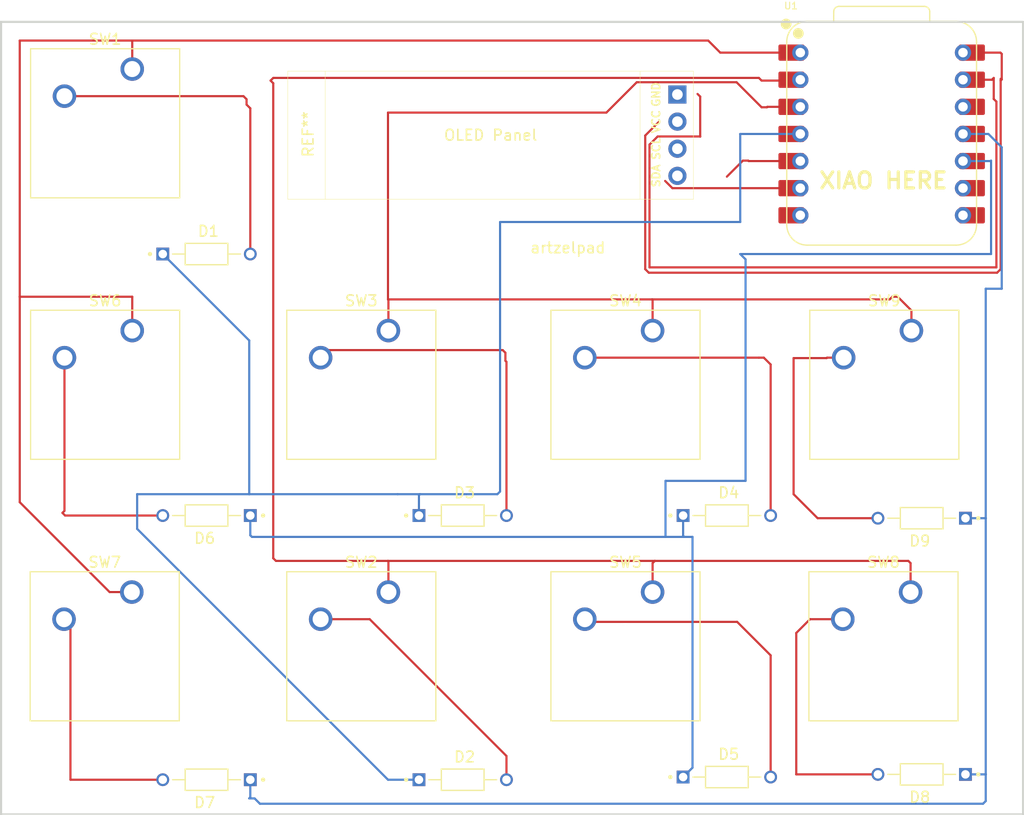
<source format=kicad_pcb>
(kicad_pcb (version 20240108) (generator "pcbnew") (generator_version "8.0")
  (layers (0 "F.Cu" signal) (31 "B.Cu" signal) (34 "B.Paste" user) (35 "F.Paste" user) (36 "B.SilkS" user "B.Silkscreen") (37 "F.SilkS" user "F.Silkscreen") (38 "B.Mask" user) (39 "F.Mask" user) (44 "Edge.Cuts" user))
  (net 0 "")
  (net 1 "Row 1")
  (net 2 "Net-(D1-PadA)")
  (net 3 "Net-(D2-PadA)")
  (net 4 "Net-(D3-PadA)")
  (net 5 "Row 2")
  (net 6 "Net-(D4-PadA)")
  (net 7 "Net-(D5-PadA)")
  (net 8 "Net-(D6-PadA)")
  (net 9 "Col 3")
  (net 10 "Net-(D7-PadA)")
  (net 11 "Net-(D8-PadA)")
  (net 12 "Net-(D9-PadA)")
  (net 13 "Col 1")
  (net 14 "Col 2")
  (net 16 "scl")
  (net 17 "GND")
  (net 20 "VOLTAGE")
  (net 22 "sda")
  (net 23 "Row 3")
  (footprint "obl:XIAO-RP2040-DIP_1" (layer "F.Cu") (at 181.25 31.25)
    (property "Reference" "U1" (at -8.5 -12 0) (layer "F.SilkS") (effects (font (size 0.635 0.635) (thickness 0.1016))))
    (property "Value" "XIAO-RP2040-DIP")
    (fp_line (start -8.89 8.509) (end -8.89 -8.636) (stroke (width 0.127)) (layer "F.SilkS"))
    (fp_line (start -6.985 10.414) (end 6.985 10.414) (stroke (width 0.127)) (layer "F.SilkS"))
    (fp_line (start -4.495 -10.541) (end -4.491272 -11.451272) (stroke (width 0.127)) (layer "F.SilkS"))
    (fp_line (start -3.991272 -11.951) (end 4.004 -11.951) (stroke (width 0.127)) (layer "F.SilkS"))
    (fp_line (start 4.504 -11.451) (end 4.504 -10.541) (stroke (width 0.127)) (layer "F.SilkS"))
    (fp_line (start 6.985 -10.541) (end -6.985 -10.541) (stroke (width 0.1)) (layer "F.SilkS"))
    (fp_line (start 6.985 -10.541) (end -6.985 -10.541) (stroke (width 0.127)) (layer "F.SilkS"))
    (fp_line (start 8.89 8.509) (end 8.89 -8.636) (stroke (width 0.127)) (layer "F.SilkS"))
    (fp_arc (start -8.89 -8.636) (mid -8.332038 -9.983038) (end -6.985 -10.541) (stroke (width 0.127)) (layer "F.SilkS"))
    (fp_arc (start -6.985 10.414) (mid -8.332038 9.856038) (end -8.89 8.509) (stroke (width 0.127)) (layer "F.SilkS"))
    (fp_arc (start -4.491272 -11.451272) (mid -4.344724 -11.804644) (end -3.991272 -11.951) (stroke (width 0.127)) (layer "F.SilkS"))
    (fp_arc (start 4.004 -11.951) (mid 4.357553 -11.804553) (end 4.504 -11.451) (stroke (width 0.127)) (layer "F.SilkS"))
    (fp_arc (start 6.985 -10.541) (mid 8.332038 -9.983038) (end 8.89 -8.636) (stroke (width 0.127)) (layer "F.SilkS"))
    (fp_arc (start 8.89 8.509) (mid 8.332038 9.856038) (end 6.985 10.414) (stroke (width 0.127)) (layer "F.SilkS"))
    (fp_circle (center -8.95 -10.3) (end -8.95 -10.554) (stroke (width 0.5)) (fill solid) (layer "F.SilkS"))
    (fp_circle (center -7.807 -9.42) (end -7.807 -9.674) (stroke (width 0.5)) (fill solid) (layer "F.SilkS"))
    (pad "1" smd roundrect (at -8.455 -7.62 180) (size 2.432 1.524) (layers "F.Cu" "F.Mask") (roundrect_rratio 0.1) (net 13 "Col 1"))
    (pad "1" thru_hole circle (at -7.62 -7.62 180) (size 1.524 1.524) (drill 0.889) (layers "*.Cu" "*.Mask") (net 13 "Col 1"))
    (pad "2" smd roundrect (at -8.455 -5.08 180) (size 2.432 1.524) (layers "F.Cu" "F.Mask") (roundrect_rratio 0.1) (net 14 "Col 2"))
    (pad "2" thru_hole circle (at -7.62 -5.08 180) (size 1.524 1.524) (drill 0.889) (layers "*.Cu" "*.Mask") (net 14 "Col 2"))
    (pad "3" smd roundrect (at -8.455 -2.54 180) (size 2.432 1.524) (layers "F.Cu" "F.Mask") (roundrect_rratio 0.1) (net 9 "Col 3"))
    (pad "3" thru_hole circle (at -7.62 -2.54 180) (size 1.524 1.524) (drill 0.889) (layers "*.Cu" "*.Mask") (net 9 "Col 3"))
    (pad "4" smd roundrect (at -8.455 0 180) (size 2.432 1.524) (layers "F.Cu" "F.Mask") (roundrect_rratio 0.1) (net 1 "Row 1"))
    (pad "4" thru_hole circle (at -7.62 0 180) (size 1.524 1.524) (drill 0.889) (layers "*.Cu" "*.Mask") (net 1 "Row 1"))
    (pad "5" smd roundrect (at -8.455 2.54 180) (size 2.432 1.524) (layers "F.Cu" "F.Mask") (roundrect_rratio 0.1) (net 22 "sda"))
    (pad "5" thru_hole circle (at -7.62 2.54 180) (size 1.524 1.524) (drill 0.889) (layers "*.Cu" "*.Mask") (net 22 "sda"))
    (pad "6" smd roundrect (at -8.455 5.08 180) (size 2.432 1.524) (layers "F.Cu" "F.Mask") (roundrect_rratio 0.1) (net 16 "scl"))
    (pad "6" thru_hole circle (at -7.62 5.08 180) (size 1.524 1.524) (drill 0.889) (layers "*.Cu" "*.Mask") (net 16 "scl"))
    (pad "7" smd roundrect (at -8.455 7.62 180) (size 2.432 1.524) (layers "F.Cu" "F.Mask") (roundrect_rratio 0.1))
    (pad "7" thru_hole circle (at -7.62 7.62 180) (size 1.524 1.524) (drill 0.889) (layers "*.Cu" "*.Mask"))
    (pad "8" thru_hole circle (at 7.62 7.62) (size 1.524 1.524) (drill 0.889) (layers "*.Cu" "*.Mask"))
    (pad "8" smd roundrect (at 8.455 7.62) (size 2.432 1.524) (layers "F.Cu" "F.Mask") (roundrect_rratio 0.1))
    (pad "9" thru_hole circle (at 7.62 5.08) (size 1.524 1.524) (drill 0.889) (layers "*.Cu" "*.Mask"))
    (pad "9" smd roundrect (at 8.455 5.08) (size 2.432 1.524) (layers "F.Cu" "F.Mask") (roundrect_rratio 0.1))
    (pad "10" thru_hole circle (at 7.62 2.54) (size 1.524 1.524) (drill 0.889) (layers "*.Cu" "*.Mask") (net 5 "Row 2"))
    (pad "10" smd roundrect (at 8.455 2.54) (size 2.432 1.524) (layers "F.Cu" "F.Mask") (roundrect_rratio 0.1) (net 5 "Row 2"))
    (pad "11" thru_hole circle (at 7.62 0) (size 1.524 1.524) (drill 0.889) (layers "*.Cu" "*.Mask") (net 23 "Row 3"))
    (pad "11" smd roundrect (at 8.455 0) (size 2.432 1.524) (layers "F.Cu" "F.Mask") (roundrect_rratio 0.1) (net 23 "Row 3"))
    (pad "12" thru_hole circle (at 7.62 -2.54) (size 1.524 1.524) (drill 0.889) (layers "*.Cu" "*.Mask"))
    (pad "12" smd roundrect (at 8.455 -2.54) (size 2.432 1.524) (layers "F.Cu" "F.Mask") (roundrect_rratio 0.1))
    (pad "13" thru_hole circle (at 7.62 -5.08) (size 1.524 1.524) (drill 0.889) (layers "*.Cu" "*.Mask") (net 17 "GND"))
    (pad "13" smd roundrect (at 8.455 -5.08) (size 2.432 1.524) (layers "F.Cu" "F.Mask") (roundrect_rratio 0.1) (net 17 "GND"))
    (pad "14" thru_hole circle (at 7.62 -7.62) (size 1.524 1.524) (drill 0.889) (layers "*.Cu" "*.Mask") (net 20 "VOLTAGE"))
    (pad "14" smd roundrect (at 8.455 -7.62) (size 2.432 1.524) (layers "F.Cu" "F.Mask") (roundrect_rratio 0.1) (net 20 "VOLTAGE"))
  )
  (footprint "arz:SW_Cherry_MX_1.00u_PCB_3D_model" (layer "F.Cu") (at 183.96 74.17)
    (property "Reference" "SW8" (at -2.54 -2.794 0) (layer "F.SilkS"))
    (property "Value" "SW_Push_45deg")
    (fp_line (start -9.525 -1.905) (end 4.445 -1.905) (stroke (width 0.12)) (layer "F.SilkS"))
    (fp_line (start -9.525 12.065) (end -9.525 -1.905) (stroke (width 0.12)) (layer "F.SilkS"))
    (fp_line (start 4.445 -1.905) (end 4.445 12.065) (stroke (width 0.12)) (layer "F.SilkS"))
    (fp_line (start 4.445 12.065) (end -9.525 12.065) (stroke (width 0.12)) (layer "F.SilkS"))
    (pad "" np_thru_hole circle (at -7.62 5.08) (size 1.7 1.7) (drill 1.7) (layers "*.Cu" "*.Mask"))
    (pad "" np_thru_hole circle (at -2.54 5.08) (size 4 4) (drill 4) (layers "*.Cu" "*.Mask"))
    (pad "" np_thru_hole circle (at 2.54 5.08) (size 1.7 1.7) (drill 1.7) (layers "*.Cu" "*.Mask"))
    (pad "1" thru_hole circle (at 0 0) (size 2.2 2.2) (drill 1.5) (layers "*.Cu" "*.Mask") (net 14 "Col 2"))
    (pad "2" thru_hole circle (at -6.35 2.54) (size 2.2 2.2) (drill 1.5) (layers "*.Cu" "*.Mask") (net 11 "Net-(D8-PadA)"))
  )
  (footprint "arz:SW_Cherry_MX_1.00u_PCB_3D_model" (layer "F.Cu") (at 184.04 49.67)
    (property "Reference" "SW9" (at -2.54 -2.794 0) (layer "F.SilkS"))
    (property "Value" "SW_Push_45deg")
    (fp_line (start -9.525 -1.905) (end 4.445 -1.905) (stroke (width 0.12)) (layer "F.SilkS"))
    (fp_line (start -9.525 12.065) (end -9.525 -1.905) (stroke (width 0.12)) (layer "F.SilkS"))
    (fp_line (start 4.445 -1.905) (end 4.445 12.065) (stroke (width 0.12)) (layer "F.SilkS"))
    (fp_line (start 4.445 12.065) (end -9.525 12.065) (stroke (width 0.12)) (layer "F.SilkS"))
    (pad "" np_thru_hole circle (at -7.62 5.08) (size 1.7 1.7) (drill 1.7) (layers "*.Cu" "*.Mask"))
    (pad "" np_thru_hole circle (at -2.54 5.08) (size 4 4) (drill 4) (layers "*.Cu" "*.Mask"))
    (pad "" np_thru_hole circle (at 2.54 5.08) (size 1.7 1.7) (drill 1.7) (layers "*.Cu" "*.Mask"))
    (pad "1" thru_hole circle (at 0 0) (size 2.2 2.2) (drill 1.5) (layers "*.Cu" "*.Mask") (net 9 "Col 3"))
    (pad "2" thru_hole circle (at -6.35 2.54) (size 2.2 2.2) (drill 1.5) (layers "*.Cu" "*.Mask") (net 12 "Net-(D9-PadA)"))
  )
  (footprint "diode:DIOAD820W60L400D200" (layer "F.Cu") (at 185 67.25 180)
    (property "Reference" "D9" (at 0.175 -2.135 0) (layer "F.SilkS"))
    (property "Value" "1N4148-T")
    (fp_line (start 2 1) (end -2 1) (stroke (width 0.127)) (layer "F.SilkS"))
    (fp_line (start 2 0) (end 3.18 0) (stroke (width 0.127)) (layer "F.SilkS"))
    (fp_line (start 2 0) (end 2 1) (stroke (width 0.127)) (layer "F.SilkS"))
    (fp_line (start 2 -1) (end 2 0) (stroke (width 0.127)) (layer "F.SilkS"))
    (fp_line (start -2 1) (end -2 0) (stroke (width 0.127)) (layer "F.SilkS"))
    (fp_line (start -2 0) (end -2 -1) (stroke (width 0.127)) (layer "F.SilkS"))
    (fp_line (start -2 0) (end -3.18 0) (stroke (width 0.127)) (layer "F.SilkS"))
    (fp_line (start -2 -1) (end 2 -1) (stroke (width 0.127)) (layer "F.SilkS"))
    (fp_circle (center -5.3 0) (end -5.2 0) (stroke (width 0.2)) (fill none) (layer "F.SilkS"))
    (pad "A" thru_hole circle (at 4.1 0 180) (size 1.2 1.2) (drill 0.8) (layers "*.Cu" "*.Mask") (net 12 "Net-(D9-PadA)"))
    (pad "C" thru_hole rect (at -4.1 0 180) (size 1.2 1.2) (drill 0.8) (layers "*.Cu" "*.Mask") (net 23 "Row 3"))
  )
  (footprint "oled:SSD1306-0.91-OLED-4pin-128x32" (layer "F.Cu") (at 125.615 25.365)
    (property "Reference" "REF**" (at 1.9 5.91 90) (layer "F.SilkS"))
    (property "Value" "SSD1306-0.91-OLED-4pin-128x32")
    (fp_line (start 0 0) (end 0 12) (stroke (width 0.04)) (layer "F.SilkS"))
    (fp_line (start 0 12) (end 38 12) (stroke (width 0.04)) (layer "F.SilkS"))
    (fp_line (start 3.5 0) (end 3.5 12) (stroke (width 0.04)) (layer "F.SilkS"))
    (fp_line (start 33 0) (end 33 12) (stroke (width 0.04)) (layer "F.SilkS"))
    (fp_line (start 38 0) (end 0 0) (stroke (width 0.04)) (layer "F.SilkS"))
    (fp_line (start 38 12) (end 38 0) (stroke (width 0.04)) (layer "F.SilkS"))
    (fp_text user "SDA" (at 34.5 9.81 -90) (layer "F.SilkS") (effects (font (size 0.75 0.75))))
    (fp_text user "VCC" (at 34.5 4.73 -90) (layer "F.SilkS") (effects (font (size 0.75 0.75))))
    (fp_text user "OLED Panel" (at 19 6 0) (layer "F.SilkS"))
    (fp_text user "SCL" (at 34.5 7.27 -90) (layer "F.SilkS") (effects (font (size 0.75 0.75))))
    (fp_text user "GND" (at 34.5 2.19 -90) (layer "F.SilkS") (effects (font (size 0.75 0.75))))
    (pad "1" thru_hole rect (at 36.5 2.19) (size 1.7 1.7) (drill 1) (layers "*.Cu" "*.Mask") (net 17 "GND"))
    (pad "2" thru_hole oval (at 36.5 4.73) (size 1.7 1.7) (drill 1) (layers "*.Cu" "*.Mask") (net 20 "VOLTAGE"))
    (pad "3" thru_hole oval (at 36.5 7.27) (size 1.7 1.7) (drill 1) (layers "*.Cu" "*.Mask") (net 16 "scl"))
    (pad "4" thru_hole oval (at 36.5 9.81) (size 1.7 1.7) (drill 1) (layers "*.Cu" "*.Mask"))
  )
  (footprint "diode:DIOAD820W60L400D200" (layer "F.Cu") (at 118 91.75 180)
    (property "Reference" "D7" (at 0.175 -2.135 0) (layer "F.SilkS"))
    (property "Value" "1N4148-T")
    (fp_line (start 2 1) (end -2 1) (stroke (width 0.127)) (layer "F.SilkS"))
    (fp_line (start 2 0) (end 3.18 0) (stroke (width 0.127)) (layer "F.SilkS"))
    (fp_line (start 2 0) (end 2 1) (stroke (width 0.127)) (layer "F.SilkS"))
    (fp_line (start 2 -1) (end 2 0) (stroke (width 0.127)) (layer "F.SilkS"))
    (fp_line (start -2 1) (end -2 0) (stroke (width 0.127)) (layer "F.SilkS"))
    (fp_line (start -2 0) (end -2 -1) (stroke (width 0.127)) (layer "F.SilkS"))
    (fp_line (start -2 0) (end -3.18 0) (stroke (width 0.127)) (layer "F.SilkS"))
    (fp_line (start -2 -1) (end 2 -1) (stroke (width 0.127)) (layer "F.SilkS"))
    (fp_circle (center -5.3 0) (end -5.2 0) (stroke (width 0.2)) (fill none) (layer "F.SilkS"))
    (pad "A" thru_hole circle (at 4.1 0 180) (size 1.2 1.2) (drill 0.8) (layers "*.Cu" "*.Mask") (net 10 "Net-(D7-PadA)"))
    (pad "C" thru_hole rect (at -4.1 0 180) (size 1.2 1.2) (drill 0.8) (layers "*.Cu" "*.Mask") (net 23 "Row 3"))
  )
  (footprint "arz:SW_Cherry_MX_1.00u_PCB_3D_model" (layer "F.Cu") (at 159.79 49.67)
    (property "Reference" "SW4" (at -2.54 -2.794 0) (layer "F.SilkS"))
    (property "Value" "SW_Push_45deg")
    (fp_line (start -9.525 -1.905) (end 4.445 -1.905) (stroke (width 0.12)) (layer "F.SilkS"))
    (fp_line (start -9.525 12.065) (end -9.525 -1.905) (stroke (width 0.12)) (layer "F.SilkS"))
    (fp_line (start 4.445 -1.905) (end 4.445 12.065) (stroke (width 0.12)) (layer "F.SilkS"))
    (fp_line (start 4.445 12.065) (end -9.525 12.065) (stroke (width 0.12)) (layer "F.SilkS"))
    (pad "" np_thru_hole circle (at -7.62 5.08) (size 1.7 1.7) (drill 1.7) (layers "*.Cu" "*.Mask"))
    (pad "" np_thru_hole circle (at -2.54 5.08) (size 4 4) (drill 4) (layers "*.Cu" "*.Mask"))
    (pad "" np_thru_hole circle (at 2.54 5.08) (size 1.7 1.7) (drill 1.7) (layers "*.Cu" "*.Mask"))
    (pad "1" thru_hole circle (at 0 0) (size 2.2 2.2) (drill 1.5) (layers "*.Cu" "*.Mask") (net 9 "Col 3"))
    (pad "2" thru_hole circle (at -6.35 2.54) (size 2.2 2.2) (drill 1.5) (layers "*.Cu" "*.Mask") (net 6 "Net-(D4-PadA)"))
  )
  (footprint "diode:DIOAD820W60L400D200" (layer "F.Cu") (at 118 67 180)
    (property "Reference" "D6" (at 0.175 -2.135 0) (layer "F.SilkS"))
    (property "Value" "1N4148-T")
    (fp_line (start 2 1) (end -2 1) (stroke (width 0.127)) (layer "F.SilkS"))
    (fp_line (start 2 0) (end 3.18 0) (stroke (width 0.127)) (layer "F.SilkS"))
    (fp_line (start 2 0) (end 2 1) (stroke (width 0.127)) (layer "F.SilkS"))
    (fp_line (start 2 -1) (end 2 0) (stroke (width 0.127)) (layer "F.SilkS"))
    (fp_line (start -2 1) (end -2 0) (stroke (width 0.127)) (layer "F.SilkS"))
    (fp_line (start -2 0) (end -2 -1) (stroke (width 0.127)) (layer "F.SilkS"))
    (fp_line (start -2 0) (end -3.18 0) (stroke (width 0.127)) (layer "F.SilkS"))
    (fp_line (start -2 -1) (end 2 -1) (stroke (width 0.127)) (layer "F.SilkS"))
    (fp_circle (center -5.3 0) (end -5.2 0) (stroke (width 0.2)) (fill none) (layer "F.SilkS"))
    (pad "A" thru_hole circle (at 4.1 0 180) (size 1.2 1.2) (drill 0.8) (layers "*.Cu" "*.Mask") (net 8 "Net-(D6-PadA)"))
    (pad "C" thru_hole rect (at -4.1 0 180) (size 1.2 1.2) (drill 0.8) (layers "*.Cu" "*.Mask") (net 5 "Row 2"))
  )
  (footprint "diode:DIOAD820W60L400D200" (layer "F.Cu") (at 118 42.5)
    (property "Reference" "D1" (at 0.175 -2.135 0) (layer "F.SilkS"))
    (property "Value" "1N4148-T")
    (fp_line (start -2 -1) (end 2 -1) (stroke (width 0.127)) (layer "F.SilkS"))
    (fp_line (start -2 0) (end -3.18 0) (stroke (width 0.127)) (layer "F.SilkS"))
    (fp_line (start -2 0) (end -2 -1) (stroke (width 0.127)) (layer "F.SilkS"))
    (fp_line (start -2 1) (end -2 0) (stroke (width 0.127)) (layer "F.SilkS"))
    (fp_line (start 2 -1) (end 2 0) (stroke (width 0.127)) (layer "F.SilkS"))
    (fp_line (start 2 0) (end 2 1) (stroke (width 0.127)) (layer "F.SilkS"))
    (fp_line (start 2 0) (end 3.18 0) (stroke (width 0.127)) (layer "F.SilkS"))
    (fp_line (start 2 1) (end -2 1) (stroke (width 0.127)) (layer "F.SilkS"))
    (fp_circle (center -5.3 0) (end -5.2 0) (stroke (width 0.2)) (fill none) (layer "F.SilkS"))
    (pad "A" thru_hole circle (at 4.1 0) (size 1.2 1.2) (drill 0.8) (layers "*.Cu" "*.Mask") (net 2 "Net-(D1-PadA)"))
    (pad "C" thru_hole rect (at -4.1 0) (size 1.2 1.2) (drill 0.8) (layers "*.Cu" "*.Mask") (net 1 "Row 1"))
  )
  (footprint "arz:SW_Cherry_MX_1.00u_PCB_3D_model" (layer "F.Cu") (at 111.04 49.67)
    (property "Reference" "SW6" (at -2.54 -2.794 0) (layer "F.SilkS"))
    (property "Value" "SW_Push_45deg")
    (fp_line (start -9.525 -1.905) (end 4.445 -1.905) (stroke (width 0.12)) (layer "F.SilkS"))
    (fp_line (start -9.525 12.065) (end -9.525 -1.905) (stroke (width 0.12)) (layer "F.SilkS"))
    (fp_line (start 4.445 -1.905) (end 4.445 12.065) (stroke (width 0.12)) (layer "F.SilkS"))
    (fp_line (start 4.445 12.065) (end -9.525 12.065) (stroke (width 0.12)) (layer "F.SilkS"))
    (pad "" np_thru_hole circle (at -7.62 5.08) (size 1.7 1.7) (drill 1.7) (layers "*.Cu" "*.Mask"))
    (pad "" np_thru_hole circle (at -2.54 5.08) (size 4 4) (drill 4) (layers "*.Cu" "*.Mask"))
    (pad "" np_thru_hole circle (at 2.54 5.08) (size 1.7 1.7) (drill 1.7) (layers "*.Cu" "*.Mask"))
    (pad "1" thru_hole circle (at 0 0) (size 2.2 2.2) (drill 1.5) (layers "*.Cu" "*.Mask") (net 13 "Col 1"))
    (pad "2" thru_hole circle (at -6.35 2.54) (size 2.2 2.2) (drill 1.5) (layers "*.Cu" "*.Mask") (net 8 "Net-(D6-PadA)"))
  )
  (footprint "diode:DIOAD820W60L400D200" (layer "F.Cu") (at 142 67)
    (property "Reference" "D3" (at 0.175 -2.135 0) (layer "F.SilkS"))
    (property "Value" "1N4148-T")
    (fp_line (start -2 -1) (end 2 -1) (stroke (width 0.127)) (layer "F.SilkS"))
    (fp_line (start -2 0) (end -3.18 0) (stroke (width 0.127)) (layer "F.SilkS"))
    (fp_line (start -2 0) (end -2 -1) (stroke (width 0.127)) (layer "F.SilkS"))
    (fp_line (start -2 1) (end -2 0) (stroke (width 0.127)) (layer "F.SilkS"))
    (fp_line (start 2 -1) (end 2 0) (stroke (width 0.127)) (layer "F.SilkS"))
    (fp_line (start 2 0) (end 2 1) (stroke (width 0.127)) (layer "F.SilkS"))
    (fp_line (start 2 0) (end 3.18 0) (stroke (width 0.127)) (layer "F.SilkS"))
    (fp_line (start 2 1) (end -2 1) (stroke (width 0.127)) (layer "F.SilkS"))
    (fp_circle (center -5.3 0) (end -5.2 0) (stroke (width 0.2)) (fill none) (layer "F.SilkS"))
    (pad "A" thru_hole circle (at 4.1 0) (size 1.2 1.2) (drill 0.8) (layers "*.Cu" "*.Mask") (net 4 "Net-(D3-PadA)"))
    (pad "C" thru_hole rect (at -4.1 0) (size 1.2 1.2) (drill 0.8) (layers "*.Cu" "*.Mask") (net 1 "Row 1"))
  )
  (footprint "arz:SW_Cherry_MX_1.00u_PCB_3D_model" (layer "F.Cu") (at 159.79 74.17)
    (property "Reference" "SW5" (at -2.54 -2.794 0) (layer "F.SilkS"))
    (property "Value" "SW_Push_45deg")
    (fp_line (start -9.525 -1.905) (end 4.445 -1.905) (stroke (width 0.12)) (layer "F.SilkS"))
    (fp_line (start -9.525 12.065) (end -9.525 -1.905) (stroke (width 0.12)) (layer "F.SilkS"))
    (fp_line (start 4.445 -1.905) (end 4.445 12.065) (stroke (width 0.12)) (layer "F.SilkS"))
    (fp_line (start 4.445 12.065) (end -9.525 12.065) (stroke (width 0.12)) (layer "F.SilkS"))
    (pad "" np_thru_hole circle (at -7.62 5.08) (size 1.7 1.7) (drill 1.7) (layers "*.Cu" "*.Mask"))
    (pad "" np_thru_hole circle (at -2.54 5.08) (size 4 4) (drill 4) (layers "*.Cu" "*.Mask"))
    (pad "" np_thru_hole circle (at 2.54 5.08) (size 1.7 1.7) (drill 1.7) (layers "*.Cu" "*.Mask"))
    (pad "1" thru_hole circle (at 0 0) (size 2.2 2.2) (drill 1.5) (layers "*.Cu" "*.Mask") (net 14 "Col 2"))
    (pad "2" thru_hole circle (at -6.35 2.54) (size 2.2 2.2) (drill 1.5) (layers "*.Cu" "*.Mask") (net 7 "Net-(D5-PadA)"))
  )
  (footprint "arz:SW_Cherry_MX_1.00u_PCB_3D_model" (layer "F.Cu") (at 135.04 74.17)
    (property "Reference" "SW2" (at -2.54 -2.794 0) (layer "F.SilkS"))
    (property "Value" "SW_Push_45deg")
    (fp_line (start -9.525 -1.905) (end 4.445 -1.905) (stroke (width 0.12)) (layer "F.SilkS"))
    (fp_line (start -9.525 12.065) (end -9.525 -1.905) (stroke (width 0.12)) (layer "F.SilkS"))
    (fp_line (start 4.445 -1.905) (end 4.445 12.065) (stroke (width 0.12)) (layer "F.SilkS"))
    (fp_line (start 4.445 12.065) (end -9.525 12.065) (stroke (width 0.12)) (layer "F.SilkS"))
    (pad "" np_thru_hole circle (at -7.62 5.08) (size 1.7 1.7) (drill 1.7) (layers "*.Cu" "*.Mask"))
    (pad "" np_thru_hole circle (at -2.54 5.08) (size 4 4) (drill 4) (layers "*.Cu" "*.Mask"))
    (pad "" np_thru_hole circle (at 2.54 5.08) (size 1.7 1.7) (drill 1.7) (layers "*.Cu" "*.Mask"))
    (pad "1" thru_hole circle (at 0 0) (size 2.2 2.2) (drill 1.5) (layers "*.Cu" "*.Mask") (net 14 "Col 2"))
    (pad "2" thru_hole circle (at -6.35 2.54) (size 2.2 2.2) (drill 1.5) (layers "*.Cu" "*.Mask") (net 3 "Net-(D2-PadA)"))
  )
  (footprint "arz:SW_Cherry_MX_1.00u_PCB_3D_model" (layer "F.Cu") (at 111.04 25.17)
    (property "Reference" "SW1" (at -2.54 -2.794 0) (layer "F.SilkS"))
    (property "Value" "SW_Push_45deg")
    (fp_line (start -9.525 -1.905) (end 4.445 -1.905) (stroke (width 0.12)) (layer "F.SilkS"))
    (fp_line (start -9.525 12.065) (end -9.525 -1.905) (stroke (width 0.12)) (layer "F.SilkS"))
    (fp_line (start 4.445 -1.905) (end 4.445 12.065) (stroke (width 0.12)) (layer "F.SilkS"))
    (fp_line (start 4.445 12.065) (end -9.525 12.065) (stroke (width 0.12)) (layer "F.SilkS"))
    (pad "" np_thru_hole circle (at -7.62 5.08) (size 1.7 1.7) (drill 1.7) (layers "*.Cu" "*.Mask"))
    (pad "" np_thru_hole circle (at -2.54 5.08) (size 4 4) (drill 4) (layers "*.Cu" "*.Mask"))
    (pad "" np_thru_hole circle (at 2.54 5.08) (size 1.7 1.7) (drill 1.7) (layers "*.Cu" "*.Mask"))
    (pad "1" thru_hole circle (at 0 0) (size 2.2 2.2) (drill 1.5) (layers "*.Cu" "*.Mask") (net 13 "Col 1"))
    (pad "2" thru_hole circle (at -6.35 2.54) (size 2.2 2.2) (drill 1.5) (layers "*.Cu" "*.Mask") (net 2 "Net-(D1-PadA)"))
  )
  (footprint "diode:DIOAD820W60L400D200" (layer "F.Cu") (at 142 91.75)
    (property "Reference" "D2" (at 0.175 -2.135 0) (layer "F.SilkS"))
    (property "Value" "1N4148-T")
    (fp_line (start -2 -1) (end 2 -1) (stroke (width 0.127)) (layer "F.SilkS"))
    (fp_line (start -2 0) (end -3.18 0) (stroke (width 0.127)) (layer "F.SilkS"))
    (fp_line (start -2 0) (end -2 -1) (stroke (width 0.127)) (layer "F.SilkS"))
    (fp_line (start -2 1) (end -2 0) (stroke (width 0.127)) (layer "F.SilkS"))
    (fp_line (start 2 -1) (end 2 0) (stroke (width 0.127)) (layer "F.SilkS"))
    (fp_line (start 2 0) (end 2 1) (stroke (width 0.127)) (layer "F.SilkS"))
    (fp_line (start 2 0) (end 3.18 0) (stroke (width 0.127)) (layer "F.SilkS"))
    (fp_line (start 2 1) (end -2 1) (stroke (width 0.127)) (layer "F.SilkS"))
    (fp_circle (center -5.3 0) (end -5.2 0) (stroke (width 0.2)) (fill none) (layer "F.SilkS"))
    (pad "A" thru_hole circle (at 4.1 0) (size 1.2 1.2) (drill 0.8) (layers "*.Cu" "*.Mask") (net 3 "Net-(D2-PadA)"))
    (pad "C" thru_hole rect (at -4.1 0) (size 1.2 1.2) (drill 0.8) (layers "*.Cu" "*.Mask") (net 1 "Row 1"))
  )
  (footprint "diode:DIOAD820W60L400D200" (layer "F.Cu") (at 185 91.25 180)
    (property "Reference" "D8" (at 0.175 -2.135 0) (layer "F.SilkS"))
    (property "Value" "1N4148-T")
    (fp_line (start 2 1) (end -2 1) (stroke (width 0.127)) (layer "F.SilkS"))
    (fp_line (start 2 0) (end 3.18 0) (stroke (width 0.127)) (layer "F.SilkS"))
    (fp_line (start 2 0) (end 2 1) (stroke (width 0.127)) (layer "F.SilkS"))
    (fp_line (start 2 -1) (end 2 0) (stroke (width 0.127)) (layer "F.SilkS"))
    (fp_line (start -2 1) (end -2 0) (stroke (width 0.127)) (layer "F.SilkS"))
    (fp_line (start -2 0) (end -2 -1) (stroke (width 0.127)) (layer "F.SilkS"))
    (fp_line (start -2 0) (end -3.18 0) (stroke (width 0.127)) (layer "F.SilkS"))
    (fp_line (start -2 -1) (end 2 -1) (stroke (width 0.127)) (layer "F.SilkS"))
    (fp_circle (center -5.3 0) (end -5.2 0) (stroke (width 0.2)) (fill none) (layer "F.SilkS"))
    (pad "A" thru_hole circle (at 4.1 0 180) (size 1.2 1.2) (drill 0.8) (layers "*.Cu" "*.Mask") (net 11 "Net-(D8-PadA)"))
    (pad "C" thru_hole rect (at -4.1 0 180) (size 1.2 1.2) (drill 0.8) (layers "*.Cu" "*.Mask") (net 23 "Row 3"))
  )
  (footprint "arz:SW_Cherry_MX_1.00u_PCB_3D_model" (layer "F.Cu") (at 111 74.17)
    (property "Reference" "SW7" (at -2.54 -2.794 0) (layer "F.SilkS"))
    (property "Value" "SW_Push_45deg")
    (fp_line (start -9.525 -1.905) (end 4.445 -1.905) (stroke (width 0.12)) (layer "F.SilkS"))
    (fp_line (start -9.525 12.065) (end -9.525 -1.905) (stroke (width 0.12)) (layer "F.SilkS"))
    (fp_line (start 4.445 -1.905) (end 4.445 12.065) (stroke (width 0.12)) (layer "F.SilkS"))
    (fp_line (start 4.445 12.065) (end -9.525 12.065) (stroke (width 0.12)) (layer "F.SilkS"))
    (pad "" np_thru_hole circle (at -7.62 5.08) (size 1.7 1.7) (drill 1.7) (layers "*.Cu" "*.Mask"))
    (pad "" np_thru_hole circle (at -2.54 5.08) (size 4 4) (drill 4) (layers "*.Cu" "*.Mask"))
    (pad "" np_thru_hole circle (at 2.54 5.08) (size 1.7 1.7) (drill 1.7) (layers "*.Cu" "*.Mask"))
    (pad "1" thru_hole circle (at 0 0) (size 2.2 2.2) (drill 1.5) (layers "*.Cu" "*.Mask") (net 13 "Col 1"))
    (pad "2" thru_hole circle (at -6.35 2.54) (size 2.2 2.2) (drill 1.5) (layers "*.Cu" "*.Mask") (net 10 "Net-(D7-PadA)"))
  )
  (footprint "diode:DIOAD820W60L400D200" (layer "F.Cu") (at 166.75 91.5)
    (property "Reference" "D5" (at 0.175 -2.135 0) (layer "F.SilkS"))
    (property "Value" "1N4148-T")
    (fp_line (start -2 -1) (end 2 -1) (stroke (width 0.127)) (layer "F.SilkS"))
    (fp_line (start -2 0) (end -3.18 0) (stroke (width 0.127)) (layer "F.SilkS"))
    (fp_line (start -2 0) (end -2 -1) (stroke (width 0.127)) (layer "F.SilkS"))
    (fp_line (start -2 1) (end -2 0) (stroke (width 0.127)) (layer "F.SilkS"))
    (fp_line (start 2 -1) (end 2 0) (stroke (width 0.127)) (layer "F.SilkS"))
    (fp_line (start 2 0) (end 2 1) (stroke (width 0.127)) (layer "F.SilkS"))
    (fp_line (start 2 0) (end 3.18 0) (stroke (width 0.127)) (layer "F.SilkS"))
    (fp_line (start 2 1) (end -2 1) (stroke (width 0.127)) (layer "F.SilkS"))
    (fp_circle (center -5.3 0) (end -5.2 0) (stroke (width 0.2)) (fill none) (layer "F.SilkS"))
    (pad "A" thru_hole circle (at 4.1 0) (size 1.2 1.2) (drill 0.8) (layers "*.Cu" "*.Mask") (net 7 "Net-(D5-PadA)"))
    (pad "C" thru_hole rect (at -4.1 0) (size 1.2 1.2) (drill 0.8) (layers "*.Cu" "*.Mask") (net 5 "Row 2"))
  )
  (footprint "diode:DIOAD820W60L400D200" (layer "F.Cu") (at 166.75 67)
    (property "Reference" "D4" (at 0.175 -2.135 0) (layer "F.SilkS"))
    (property "Value" "1N4148-T")
    (fp_line (start -2 -1) (end 2 -1) (stroke (width 0.127)) (layer "F.SilkS"))
    (fp_line (start -2 0) (end -3.18 0) (stroke (width 0.127)) (layer "F.SilkS"))
    (fp_line (start -2 0) (end -2 -1) (stroke (width 0.127)) (layer "F.SilkS"))
    (fp_line (start -2 1) (end -2 0) (stroke (width 0.127)) (layer "F.SilkS"))
    (fp_line (start 2 -1) (end 2 0) (stroke (width 0.127)) (layer "F.SilkS"))
    (fp_line (start 2 0) (end 2 1) (stroke (width 0.127)) (layer "F.SilkS"))
    (fp_line (start 2 0) (end 3.18 0) (stroke (width 0.127)) (layer "F.SilkS"))
    (fp_line (start 2 1) (end -2 1) (stroke (width 0.127)) (layer "F.SilkS"))
    (fp_circle (center -5.3 0) (end -5.2 0) (stroke (width 0.2)) (fill none) (layer "F.SilkS"))
    (pad "A" thru_hole circle (at 4.1 0) (size 1.2 1.2) (drill 0.8) (layers "*.Cu" "*.Mask") (net 6 "Net-(D4-PadA)"))
    (pad "C" thru_hole rect (at -4.1 0) (size 1.2 1.2) (drill 0.8) (layers "*.Cu" "*.Mask") (net 5 "Row 2"))
  )
  (footprint "arz:SW_Cherry_MX_1.00u_PCB_3D_model" (layer "F.Cu") (at 135.04 49.67)
    (property "Reference" "SW3" (at -2.54 -2.794 0) (layer "F.SilkS"))
    (property "Value" "SW_Push_45deg")
    (fp_line (start -9.525 -1.905) (end 4.445 -1.905) (stroke (width 0.12)) (layer "F.SilkS"))
    (fp_line (start -9.525 12.065) (end -9.525 -1.905) (stroke (width 0.12)) (layer "F.SilkS"))
    (fp_line (start 4.445 -1.905) (end 4.445 12.065) (stroke (width 0.12)) (layer "F.SilkS"))
    (fp_line (start 4.445 12.065) (end -9.525 12.065) (stroke (width 0.12)) (layer "F.SilkS"))
    (pad "" np_thru_hole circle (at -7.62 5.08) (size 1.7 1.7) (drill 1.7) (layers "*.Cu" "*.Mask"))
    (pad "" np_thru_hole circle (at -2.54 5.08) (size 4 4) (drill 4) (layers "*.Cu" "*.Mask"))
    (pad "" np_thru_hole circle (at 2.54 5.08) (size 1.7 1.7) (drill 1.7) (layers "*.Cu" "*.Mask"))
    (pad "1" thru_hole circle (at 0 0) (size 2.2 2.2) (drill 1.5) (layers "*.Cu" "*.Mask") (net 9 "Col 3"))
    (pad "2" thru_hole circle (at -6.35 2.54) (size 2.2 2.2) (drill 1.5) (layers "*.Cu" "*.Mask") (net 4 "Net-(D3-PadA)"))
  )
  (gr_rect (start 98.75 20.75) (end 194.5 95) (stroke (width 0.2)) (fill none) (layer "Edge.Cuts"))
  (gr_text "XIAO HERE" (at 175.25 36.5 0) (layer "F.SilkS") (effects (font (size 1.5 1.5) (thickness 0.3) (bold yes)) (justify left bottom)))
  (gr_text "artzelpad" (at 148.25 42.5 0) (layer "F.SilkS") (effects (font (size 1 1)) (justify left bottom)))
  (segment (start 145.25 65) (end 145.5 64.75) (width 0.2) (layer "B.Cu") (net 1))
  (segment (start 145.5 64.75) (end 145.5 39.5) (width 0.2) (layer "B.Cu") (net 1))
  (segment (start 168 39.5) (end 168 31.25) (width 0.2) (layer "B.Cu") (net 1))
  (segment (start 145.5 39.5) (end 168 39.5) (width 0.2) (layer "B.Cu") (net 1))
  (segment (start 137.9 65.1) (end 138 65) (width 0.2) (layer "B.Cu") (net 1))
  (segment (start 138 65) (end 145.25 65) (width 0.2) (layer "B.Cu") (net 1))
  (segment (start 135 91.75) (end 111.5 68.25) (width 0.2) (layer "B.Cu") (net 1))
  (segment (start 111.5 65) (end 122 65) (width 0.2) (layer "B.Cu") (net 1))
  (segment (start 168 31.25) (end 173.63 31.25) (width 0.2) (layer "B.Cu") (net 1))
  (segment (start 113.9 42.5) (end 122 50.6) (width 0.2) (layer "B.Cu") (net 1))
  (segment (start 111.5 68.25) (end 111.5 65) (width 0.2) (layer "B.Cu") (net 1))
  (segment (start 135.9 65) (end 138 65) (width 0.2) (layer "B.Cu") (net 1))
  (segment (start 122 65) (end 135.9 65) (width 0.2) (layer "B.Cu") (net 1))
  (segment (start 137.9 67) (end 137.9 65.1) (width 0.2) (layer "B.Cu") (net 1))
  (segment (start 137.9 91.75) (end 135 91.75) (width 0.2) (layer "B.Cu") (net 1))
  (segment (start 122 50.6) (end 122 65) (width 0.2) (layer "B.Cu") (net 1))
  (segment (start 121.46 27.71) (end 121.75 28) (width 0.2) (layer "F.Cu") (net 2))
  (segment (start 122.1 28.85) (end 122.1 42.5) (width 0.2) (layer "F.Cu") (net 2))
  (segment (start 121.75 28.5) (end 122.1 28.85) (width 0.2) (layer "F.Cu") (net 2))
  (segment (start 121.75 28) (end 121.75 28.5) (width 0.2) (layer "F.Cu") (net 2))
  (segment (start 104.69 27.71) (end 121.46 27.71) (width 0.2) (layer "F.Cu") (net 2))
  (segment (start 146.1 89.526598) (end 146.1 91.75) (width 0.2) (layer "F.Cu") (net 3))
  (segment (start 133.283402 76.71) (end 146.1 89.526598) (width 0.2) (layer "F.Cu") (net 3))
  (segment (start 128.69 76.71) (end 133.283402 76.71) (width 0.2) (layer "F.Cu") (net 3))
  (segment (start 146.1 52.6) (end 146.1 67) (width 0.2) (layer "F.Cu") (net 4))
  (segment (start 128.69 52.21) (end 129.4 51.5) (width 0.2) (layer "F.Cu") (net 4))
  (segment (start 146 52.5) (end 146.1 52.6) (width 0.2) (layer "F.Cu") (net 4))
  (segment (start 146 51.75) (end 146 52.5) (width 0.2) (layer "F.Cu") (net 4))
  (segment (start 145.75 51.5) (end 146 51.75) (width 0.2) (layer "F.Cu") (net 4))
  (segment (start 129.4 51.5) (end 145.75 51.5) (width 0.2) (layer "F.Cu") (net 4))
  (segment (start 122.1 67) (end 122.1 68.85) (width 0.2) (layer "B.Cu") (net 5))
  (segment (start 161 63.75) (end 168.5 63.75) (width 0.2) (layer "B.Cu") (net 5))
  (segment (start 168.5 63.75) (end 168.5 43) (width 0.2) (layer "B.Cu") (net 5))
  (segment (start 162.65 67) (end 162.65 68.9) (width 0.2) (layer "B.Cu") (net 5))
  (segment (start 122.1 68.85) (end 122.25 69) (width 0.2) (layer "B.Cu") (net 5))
  (segment (start 168.5 43) (end 168 42.5) (width 0.2) (layer "B.Cu") (net 5))
  (segment (start 162.65 68.9) (end 162.75 69) (width 0.2) (layer "B.Cu") (net 5))
  (segment (start 163.53 90.62) (end 163.53 69) (width 0.2) (layer "B.Cu") (net 5))
  (segment (start 162.65 91.5) (end 163.53 90.62) (width 0.2) (layer "B.Cu") (net 5))
  (segment (start 122.25 69) (end 161 69) (width 0.2) (layer "B.Cu") (net 5))
  (segment (start 191.5 33.75) (end 191.46 33.79) (width 0.2) (layer "B.Cu") (net 5))
  (segment (start 191.5 42.5) (end 191.5 33.75) (width 0.2) (layer "B.Cu") (net 5))
  (segment (start 162.75 69) (end 163.53 69) (width 0.2) (layer "B.Cu") (net 5))
  (segment (start 161 69) (end 161 63.75) (width 0.2) (layer "B.Cu") (net 5))
  (segment (start 168 42.5) (end 191.5 42.5) (width 0.2) (layer "B.Cu") (net 5))
  (segment (start 191.46 33.79) (end 188.87 33.79) (width 0.2) (layer "B.Cu") (net 5))
  (segment (start 161 69) (end 162.75 69) (width 0.2) (layer "B.Cu") (net 5))
  (segment (start 170.85 52.85) (end 170.85 67) (width 0.2) (layer "F.Cu") (net 6))
  (segment (start 170.21 52.21) (end 169.75 52.21) (width 0.2) (layer "F.Cu") (net 6))
  (segment (start 153.44 52.21) (end 169.75 52.21) (width 0.2) (layer "F.Cu") (net 6))
  (segment (start 170.85 52.85) (end 170.21 52.21) (width 0.2) (layer "F.Cu") (net 6))
  (segment (start 170.85 80.1) (end 167.71 76.96) (width 0.2) (layer "F.Cu") (net 7))
  (segment (start 167.71 76.96) (end 153.44 76.96) (width 0.2) (layer "F.Cu") (net 7))
  (segment (start 170.85 91.5) (end 170.85 80.1) (width 0.2) (layer "F.Cu") (net 7))
  (segment (start 104.5 66.75) (end 104.75 67) (width 0.2) (layer "F.Cu") (net 8))
  (segment (start 104.75 67) (end 113.9 67) (width 0.2) (layer "F.Cu") (net 8))
  (segment (start 104.69 66.56) (end 104.5 66.75) (width 0.2) (layer "F.Cu") (net 8))
  (segment (start 104.69 52.21) (end 104.69 66.56) (width 0.2) (layer "F.Cu") (net 8))
  (segment (start 170.5 28.75) (end 170.54 28.71) (width 0.2) (layer "F.Cu") (net 9))
  (segment (start 135 46.75) (end 135 29.25) (width 0.2) (layer "F.Cu") (net 9))
  (segment (start 170 28.75) (end 170.5 28.75) (width 0.2) (layer "F.Cu") (net 9))
  (segment (start 182 46.75) (end 159.75 46.75) (width 0.2) (layer "F.Cu") (net 9))
  (segment (start 170.54 28.71) (end 173.63 28.71) (width 0.2) (layer "F.Cu") (net 9))
  (segment (start 155.46 29.25) (end 158.305 26.405) (width 0.2) (layer "F.Cu") (net 9))
  (segment (start 167.655 26.405) (end 170 28.75) (width 0.2) (layer "F.Cu") (net 9))
  (segment (start 182.75 46.5) (end 182.25 46.5) (width 0.2) (layer "F.Cu") (net 9))
  (segment (start 135 46.75) (end 135.04 46.79) (width 0.2) (layer "F.Cu") (net 9))
  (segment (start 159.75 46.75) (end 135 46.75) (width 0.2) (layer "F.Cu") (net 9))
  (segment (start 184.04 47.79) (end 182.75 46.5) (width 0.2) (layer "F.Cu") (net 9))
  (segment (start 158.305 26.405) (end 167.655 26.405) (width 0.2) (layer "F.Cu") (net 9))
  (segment (start 184.04 49.67) (end 184.04 47.79) (width 0.2) (layer "F.Cu") (net 9))
  (segment (start 159.79 46.79) (end 159.75 46.75) (width 0.2) (layer "F.Cu") (net 9))
  (segment (start 135 29.25) (end 155.46 29.25) (width 0.2) (layer "F.Cu") (net 9))
  (segment (start 182.25 46.5) (end 182 46.75) (width 0.2) (layer "F.Cu") (net 9))
  (segment (start 135.04 46.79) (end 135.04 49.67) (width 0.2) (layer "F.Cu") (net 9))
  (segment (start 159.79 49.67) (end 159.79 46.79) (width 0.2) (layer "F.Cu") (net 9))
  (segment (start 105.25 91.75) (end 113.9 91.75) (width 0.2) (layer "F.Cu") (net 10))
  (segment (start 104.65 76.54) (end 104.65 76.71) (width 0.2) (layer "F.Cu") (net 10))
  (segment (start 105.25 77.31) (end 105.25 91.75) (width 0.2) (layer "F.Cu") (net 10))
  (segment (start 104.65 76.71) (end 105.25 77.31) (width 0.2) (layer "F.Cu") (net 10))
  (segment (start 173.25 78) (end 173.25 91.25) (width 0.2) (layer "F.Cu") (net 11))
  (segment (start 173.25 91.25) (end 180.9 91.25) (width 0.2) (layer "F.Cu") (net 11))
  (segment (start 174.54 76.71) (end 173.25 78) (width 0.2) (layer "F.Cu") (net 11))
  (segment (start 177.61 76.71) (end 174.54 76.71) (width 0.2) (layer "F.Cu") (net 11))
  (segment (start 173 65) (end 175.25 67.25) (width 0.2) (layer "F.Cu") (net 12))
  (segment (start 175.25 67.25) (end 180.9 67.25) (width 0.2) (layer "F.Cu") (net 12))
  (segment (start 173 52.25) (end 173 65) (width 0.2) (layer "F.Cu") (net 12))
  (segment (start 176.094366 52.25) (end 173 52.25) (width 0.2) (layer "F.Cu") (net 12))
  (segment (start 176.134366 52.21) (end 176.094366 52.25) (width 0.2) (layer "F.Cu") (net 12))
  (segment (start 177.69 52.21) (end 176.134366 52.21) (width 0.2) (layer "F.Cu") (net 12))
  (segment (start 111 74.17) (end 108.92 74.17) (width 0.2) (layer "F.Cu") (net 13))
  (segment (start 165 22.5) (end 166.13 23.63) (width 0.2) (layer "F.Cu") (net 13))
  (segment (start 111.04 74.13) (end 111 74.17) (width 0.2) (layer "F.Cu") (net 13))
  (segment (start 111 22.5) (end 165 22.5) (width 0.2) (layer "F.Cu") (net 13))
  (segment (start 111.04 46.5) (end 111.04 49.67) (width 0.2) (layer "F.Cu") (net 13))
  (segment (start 108.92 74.17) (end 100.5 65.75) (width 0.2) (layer "F.Cu") (net 13))
  (segment (start 111.04 25.17) (end 111.04 22.54) (width 0.2) (layer "F.Cu") (net 13))
  (segment (start 166.13 23.63) (end 173.63 23.63) (width 0.2) (layer "F.Cu") (net 13))
  (segment (start 100.5 46.5) (end 100.5 22.5) (width 0.2) (layer "F.Cu") (net 13))
  (segment (start 111.04 22.54) (end 111 22.5) (width 0.2) (layer "F.Cu") (net 13))
  (segment (start 100.5 22.5) (end 111 22.5) (width 0.2) (layer "F.Cu") (net 13))
  (segment (start 100.5 46.5) (end 111.04 46.5) (width 0.2) (layer "F.Cu") (net 13))
  (segment (start 111.04 73.96) (end 111.04 74.13) (width 0.2) (layer "F.Cu") (net 13))
  (segment (start 100.5 65.75) (end 100.5 46.5) (width 0.2) (layer "F.Cu") (net 13))
  (segment (start 124.25 26.5) (end 124 26.25) (width 0.2) (layer "F.Cu") (net 14))
  (segment (start 183.75 71.25) (end 160 71.25) (width 0.2) (layer "F.Cu") (net 14))
  (segment (start 170 26.25) (end 173.55 26.25) (width 0.2) (layer "F.Cu") (net 14))
  (segment (start 183.96 74.17) (end 183.96 71.46) (width 0.2) (layer "F.Cu") (net 14))
  (segment (start 135 71.25) (end 124.5 71.25) (width 0.2) (layer "F.Cu") (net 14))
  (segment (start 124.5 71.25) (end 124.25 71) (width 0.2) (layer "F.Cu") (net 14))
  (segment (start 124.25 26) (end 169.75 26) (width 0.2) (layer "F.Cu") (net 14))
  (segment (start 173.55 26.25) (end 173.63 26.17) (width 0.2) (layer "F.Cu") (net 14))
  (segment (start 124 26.25) (end 124.25 26) (width 0.2) (layer "F.Cu") (net 14))
  (segment (start 135.04 74.17) (end 135.04 71.29) (width 0.2) (layer "F.Cu") (net 14))
  (segment (start 169.75 26) (end 170 26.25) (width 0.2) (layer "F.Cu") (net 14))
  (segment (start 159.79 74.42) (end 159.79 71.46) (width 0.2) (layer "F.Cu") (net 14))
  (segment (start 159.79 71.46) (end 160 71.25) (width 0.2) (layer "F.Cu") (net 14))
  (segment (start 183.96 71.46) (end 183.75 71.25) (width 0.2) (layer "F.Cu") (net 14))
  (segment (start 160 71.25) (end 135 71.25) (width 0.2) (layer "F.Cu") (net 14))
  (segment (start 124.25 71) (end 124.25 26.5) (width 0.2) (layer "F.Cu") (net 14))
  (segment (start 135.04 71.29) (end 135 71.25) (width 0.2) (layer "F.Cu") (net 14))
  (segment (start 161.643654 36.33) (end 160.965 35.651346) (width 0.2) (layer "F.Cu") (net 16))
  (segment (start 173.63 36.33) (end 161.643654 36.33) (width 0.2) (layer "F.Cu") (net 16))
  (segment (start 191.75 26) (end 191.75 27.97237) (width 0.2) (layer "F.Cu") (net 17))
  (segment (start 159.5 32.25) (end 160.265 31.485) (width 0.2) (layer "F.Cu") (net 17))
  (segment (start 192 43.75) (end 159.5 43.75) (width 0.2) (layer "F.Cu") (net 17))
  (segment (start 164.25 31.5) (end 164.25 27.75) (width 0.2) (layer "F.Cu") (net 17))
  (segment (start 188.87 26.17) (end 189.94763 26.17) (width 0.2) (layer "F.Cu") (net 17))
  (segment (start 164.235 31.485) (end 164.25 31.5) (width 0.2) (layer "F.Cu") (net 17))
  (segment (start 189.705 26.17) (end 191.58 26.17) (width 0.2) (layer "F.Cu") (net 17))
  (segment (start 191.75 27.97237) (end 192 28.22237) (width 0.2) (layer "F.Cu") (net 17))
  (segment (start 160.265 31.485) (end 164.235 31.485) (width 0.2) (layer "F.Cu") (net 17))
  (segment (start 164.25 27.75) (end 164 27.5) (width 0.2) (layer "F.Cu") (net 17))
  (segment (start 192 28.22237) (end 192 43.75) (width 0.2) (layer "F.Cu") (net 17))
  (segment (start 159.5 43.75) (end 159.5 32.25) (width 0.2) (layer "F.Cu") (net 17))
  (segment (start 191.58 26.17) (end 191.75 26) (width 0.2) (layer "F.Cu") (net 17))
  (segment (start 192.5 26.15) (end 192.4 26.25) (width 0.2) (layer "F.Cu") (net 20))
  (segment (start 159.1 31.4) (end 160.405 30.095) (width 0.2) (layer "F.Cu") (net 20))
  (segment (start 192.4 26.08237) (end 192.4 26.25) (width 0.2) (layer "F.Cu") (net 20))
  (segment (start 189.705 23.63) (end 192.38 23.63) (width 0.2) (layer "F.Cu") (net 20))
  (segment (start 159.434315 44.25) (end 159.1 43.915685) (width 0.2) (layer "F.Cu") (net 20))
  (segment (start 188.87 23.63) (end 189.94763 23.63) (width 0.2) (layer "F.Cu") (net 20))
  (segment (start 192.065685 44.25) (end 159.434315 44.25) (width 0.2) (layer "F.Cu") (net 20))
  (segment (start 192.38 23.63) (end 192.5 23.75) (width 0.2) (layer "F.Cu") (net 20))
  (segment (start 192.4 26.25) (end 192.4 43.915685) (width 0.2) (layer "F.Cu") (net 20))
  (segment (start 192.5 23.75) (end 192.5 26.15) (width 0.2) (layer "F.Cu") (net 20))
  (segment (start 159.1 43.915685) (end 159.1 31.4) (width 0.2) (layer "F.Cu") (net 20))
  (segment (start 192.4 43.915685) (end 192.065685 44.25) (width 0.2) (layer "F.Cu") (net 20))
  (segment (start 168.75 33.75) (end 168.79 33.79) (width 0.2) (layer "F.Cu") (net 22))
  (segment (start 168.25 33.75) (end 168.75 33.75) (width 0.2) (layer "F.Cu") (net 22))
  (segment (start 166.75 35.25) (end 168.25 33.75) (width 0.2) (layer "F.Cu") (net 22))
  (segment (start 168.79 33.79) (end 173.63 33.79) (width 0.2) (layer "F.Cu") (net 22))
  (segment (start 122 93.5) (end 122.5 93.5) (width 0.2) (layer "B.Cu") (net 23))
  (segment (start 191.25 31.25) (end 188.87 31.25) (width 0.2) (layer "B.Cu") (net 23))
  (segment (start 191 45.75) (end 192.5 45.75) (width 0.2) (layer "B.Cu") (net 23))
  (segment (start 191 91.25) (end 191 67.25) (width 0.2) (layer "B.Cu") (net 23))
  (segment (start 122.5 93.5) (end 123 94) (width 0.2) (layer "B.Cu") (net 23))
  (segment (start 189.1 91.25) (end 191 91.25) (width 0.2) (layer "B.Cu") (net 23))
  (segment (start 123 94) (end 190.75 94) (width 0.2) (layer "B.Cu") (net 23))
  (segment (start 122.1 91.75) (end 122.1 93.4) (width 0.2) (layer "B.Cu") (net 23))
  (segment (start 192.5 45.75) (end 192.5 32.5) (width 0.2) (layer "B.Cu") (net 23))
  (segment (start 191 67.25) (end 191 45.75) (width 0.2) (layer "B.Cu") (net 23))
  (segment (start 189.1 67.25) (end 191 67.25) (width 0.2) (layer "B.Cu") (net 23))
  (segment (start 191 93.75) (end 191 91.25) (width 0.2) (layer "B.Cu") (net 23))
  (segment (start 192.5 32.5) (end 191.25 31.25) (width 0.2) (layer "B.Cu") (net 23))
  (segment (start 122.1 93.4) (end 122 93.5) (width 0.2) (layer "B.Cu") (net 23))
  (segment (start 190.75 94) (end 191 93.75) (width 0.2) (layer "B.Cu") (net 23))
)
</source>
